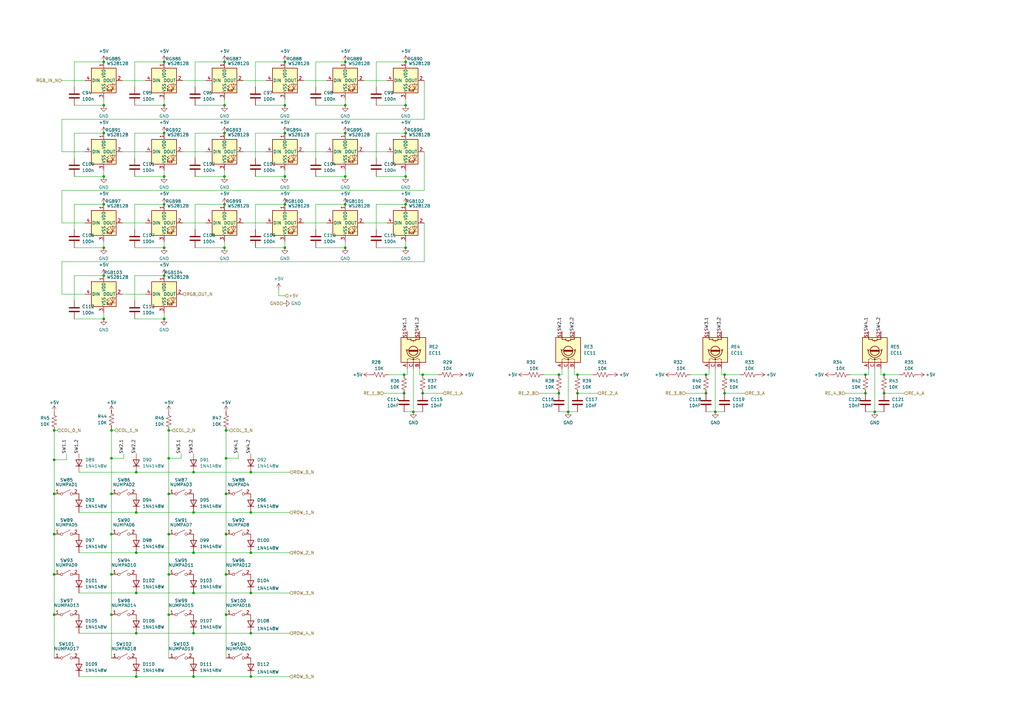
<source format=kicad_sch>
(kicad_sch (version 20230121) (generator eeschema)
  (paper "A3")
  (junction (at 55.88 243.205))
  (junction (at 79.375 259.715))
  (junction (at 22.225 188.595))
  (junction (at 79.375 277.495))
  (junction (at 79.375 226.695))
  (junction (at 358.775 168.91))
  (junction (at 67.31 54.61))
  (junction (at 55.88 193.675))
  (junction (at 22.225 176.53))
  (junction (at 42.545 72.39))
  (junction (at 42.545 83.82))
  (junction (at 92.075 101.6))
  (junction (at 55.88 277.495))
  (junction (at 92.71 252.095))
  (junction (at 79.375 210.185))
  (junction (at 92.075 54.61))
  (junction (at 22.225 252.095))
  (junction (at 67.31 83.82))
  (junction (at 141.605 43.18))
  (junction (at 42.545 25.4))
  (junction (at 173.355 153.67))
  (junction (at 166.37 72.39))
  (junction (at 92.71 219.075))
  (junction (at 229.235 161.29))
  (junction (at 116.84 83.82))
  (junction (at 67.31 130.81))
  (junction (at 116.84 25.4))
  (junction (at 165.735 161.29))
  (junction (at 22.225 202.565))
  (junction (at 92.075 43.18))
  (junction (at 166.37 43.18))
  (junction (at 297.18 161.29))
  (junction (at 45.72 235.585))
  (junction (at 69.215 219.075))
  (junction (at 293.37 168.91))
  (junction (at 165.735 153.67))
  (junction (at 22.225 235.585))
  (junction (at 69.215 202.565))
  (junction (at 42.545 130.81))
  (junction (at 173.355 161.29))
  (junction (at 69.215 187.96))
  (junction (at 116.84 72.39))
  (junction (at 102.87 193.675))
  (junction (at 45.72 176.53))
  (junction (at 354.965 153.67))
  (junction (at 102.87 226.695))
  (junction (at 92.075 83.82))
  (junction (at 116.84 43.18))
  (junction (at 92.71 187.96))
  (junction (at 362.585 153.67))
  (junction (at 42.545 101.6))
  (junction (at 116.84 101.6))
  (junction (at 45.72 202.565))
  (junction (at 22.225 219.075))
  (junction (at 79.375 243.205))
  (junction (at 102.87 210.185))
  (junction (at 42.545 113.03))
  (junction (at 229.235 153.67))
  (junction (at 92.71 176.53))
  (junction (at 42.545 43.18))
  (junction (at 166.37 83.82))
  (junction (at 297.18 153.67))
  (junction (at 141.605 101.6))
  (junction (at 236.855 161.29))
  (junction (at 169.545 168.91))
  (junction (at 233.045 168.91))
  (junction (at 92.71 235.585))
  (junction (at 45.72 219.075))
  (junction (at 102.87 243.205))
  (junction (at 67.31 113.03))
  (junction (at 289.56 161.29))
  (junction (at 67.31 101.6))
  (junction (at 166.37 54.61))
  (junction (at 67.31 72.39))
  (junction (at 166.37 101.6))
  (junction (at 92.71 202.565))
  (junction (at 92.075 25.4))
  (junction (at 42.545 54.61))
  (junction (at 67.31 25.4))
  (junction (at 236.855 153.67))
  (junction (at 45.72 187.96))
  (junction (at 102.87 259.715))
  (junction (at 141.605 83.82))
  (junction (at 354.965 161.29))
  (junction (at 79.375 193.675))
  (junction (at 69.215 176.53))
  (junction (at 362.585 161.29))
  (junction (at 55.88 210.185))
  (junction (at 55.88 226.695))
  (junction (at 141.605 54.61))
  (junction (at 69.215 252.095))
  (junction (at 69.215 235.585))
  (junction (at 289.56 153.67))
  (junction (at 102.87 277.495))
  (junction (at 116.84 54.61))
  (junction (at 67.31 43.18))
  (junction (at 141.605 72.39))
  (junction (at 141.605 25.4))
  (junction (at 166.37 25.4))
  (junction (at 92.075 72.39))
  (junction (at 55.88 259.715))
  (junction (at 45.72 252.095))
  (wire (pts (xy 116.84 54.61) (xy 104.775 54.61)))
  (wire (pts (xy 92.075 54.61) (xy 80.01 54.61)))
  (wire (pts (xy 79.375 226.695) (xy 102.87 226.695)))
  (wire (pts (xy 25.4 107.315) (xy 173.99 107.315)))
  (wire (pts (xy 22.225 188.595) (xy 27.305 188.595)))
  (wire (pts (xy 55.88 243.205) (xy 79.375 243.205)))
  (wire (pts (xy 67.31 83.82) (xy 55.245 83.82)))
  (wire (pts (xy 50.165 120.65) (xy 59.69 120.65)))
  (wire (pts (xy 42.545 83.82) (xy 30.48 83.82)))
  (wire (pts (xy 230.505 151.13) (xy 230.505 153.67)))
  (wire (pts (xy 293.37 168.91) (xy 297.18 168.91)))
  (wire (pts (xy 129.54 54.61) (xy 129.54 64.77)))
  (wire (pts (xy 173.355 153.67) (xy 172.085 153.67)))
  (wire (pts (xy 79.375 243.205) (xy 102.87 243.205)))
  (wire (pts (xy 283.21 153.67) (xy 289.56 153.67)))
  (wire (pts (xy 92.075 43.18) (xy 92.075 40.64)))
  (wire (pts (xy 67.31 130.81) (xy 67.31 128.27)))
  (wire (pts (xy 99.695 91.44) (xy 109.22 91.44)))
  (wire (pts (xy 129.54 43.18) (xy 141.605 43.18)))
  (wire (pts (xy 25.4 78.105) (xy 25.4 91.44)))
  (wire (pts (xy 356.235 151.13) (xy 356.235 153.67)))
  (wire (pts (xy 99.695 62.23) (xy 109.22 62.23)))
  (wire (pts (xy 22.225 176.53) (xy 23.495 176.53)))
  (wire (pts (xy 104.775 72.39) (xy 116.84 72.39)))
  (wire (pts (xy 92.71 176.53) (xy 93.98 176.53)))
  (wire (pts (xy 166.37 101.6) (xy 166.37 99.06)))
  (wire (pts (xy 92.075 25.4) (xy 80.01 25.4)))
  (wire (pts (xy 166.37 43.18) (xy 166.37 40.64)))
  (wire (pts (xy 80.01 72.39) (xy 92.075 72.39)))
  (wire (pts (xy 67.31 25.4) (xy 55.245 25.4)))
  (wire (pts (xy 32.385 193.675) (xy 55.88 193.675)))
  (wire (pts (xy 55.245 83.82) (xy 55.245 93.98)))
  (wire (pts (xy 149.225 62.23) (xy 158.75 62.23)))
  (wire (pts (xy 42.545 72.39) (xy 42.545 69.85)))
  (wire (pts (xy 116.84 25.4) (xy 104.775 25.4)))
  (wire (pts (xy 25.4 107.315) (xy 25.4 120.65)))
  (wire (pts (xy 67.31 72.39) (xy 67.31 69.85)))
  (wire (pts (xy 129.54 101.6) (xy 141.605 101.6)))
  (wire (pts (xy 289.56 161.29) (xy 281.305 161.29)))
  (wire (pts (xy 229.235 153.67) (xy 230.505 153.67)))
  (wire (pts (xy 165.735 153.67) (xy 167.005 153.67)))
  (wire (pts (xy 236.855 161.29) (xy 245.11 161.29)))
  (wire (pts (xy 30.48 130.81) (xy 42.545 130.81)))
  (wire (pts (xy 354.965 153.67) (xy 356.235 153.67)))
  (wire (pts (xy 236.855 153.67) (xy 235.585 153.67)))
  (wire (pts (xy 233.045 168.91) (xy 236.855 168.91)))
  (wire (pts (xy 289.56 168.91) (xy 293.37 168.91)))
  (wire (pts (xy 74.295 186.055) (xy 74.295 187.96)))
  (wire (pts (xy 55.245 25.4) (xy 55.245 35.56)))
  (wire (pts (xy 74.295 187.96) (xy 69.215 187.96)))
  (wire (pts (xy 361.315 151.13) (xy 361.315 153.67)))
  (wire (pts (xy 297.18 161.29) (xy 305.435 161.29)))
  (wire (pts (xy 229.235 168.91) (xy 233.045 168.91)))
  (wire (pts (xy 141.605 25.4) (xy 129.54 25.4)))
  (wire (pts (xy 173.99 62.23) (xy 173.99 78.105)))
  (wire (pts (xy 159.385 153.67) (xy 165.735 153.67)))
  (wire (pts (xy 55.245 130.81) (xy 67.31 130.81)))
  (wire (pts (xy 22.225 235.585) (xy 22.225 252.095)))
  (wire (pts (xy 243.205 153.67) (xy 236.855 153.67)))
  (wire (pts (xy 169.545 168.91) (xy 173.355 168.91)))
  (wire (pts (xy 45.72 168.91) (xy 45.72 168.275)))
  (wire (pts (xy 69.215 235.585) (xy 69.215 252.095)))
  (wire (pts (xy 102.87 193.675) (xy 118.745 193.675)))
  (wire (pts (xy 235.585 151.13) (xy 235.585 153.67)))
  (wire (pts (xy 154.305 54.61) (xy 154.305 64.77)))
  (wire (pts (xy 92.075 83.82) (xy 80.01 83.82)))
  (wire (pts (xy 50.8 186.055) (xy 50.8 187.96)))
  (wire (pts (xy 45.72 187.96) (xy 50.8 187.96)))
  (wire (pts (xy 358.775 151.13) (xy 358.775 168.91)))
  (wire (pts (xy 293.37 151.13) (xy 293.37 168.91)))
  (wire (pts (xy 104.775 83.82) (xy 104.775 93.98)))
  (wire (pts (xy 173.99 33.02) (xy 173.99 48.895)))
  (wire (pts (xy 124.46 62.23) (xy 133.985 62.23)))
  (wire (pts (xy 80.01 43.18) (xy 92.075 43.18)))
  (wire (pts (xy 69.215 252.095) (xy 69.215 269.875)))
  (wire (pts (xy 167.005 151.13) (xy 167.005 153.67)))
  (wire (pts (xy 92.71 202.565) (xy 92.71 219.075)))
  (wire (pts (xy 154.305 43.18) (xy 166.37 43.18)))
  (wire (pts (xy 50.165 62.23) (xy 59.69 62.23)))
  (wire (pts (xy 169.545 151.13) (xy 169.545 168.91)))
  (wire (pts (xy 362.585 153.67) (xy 361.315 153.67)))
  (wire (pts (xy 354.965 168.91) (xy 358.775 168.91)))
  (wire (pts (xy 25.4 78.105) (xy 173.99 78.105)))
  (wire (pts (xy 45.72 176.53) (xy 45.72 187.96)))
  (wire (pts (xy 154.305 25.4) (xy 154.305 35.56)))
  (wire (pts (xy 290.83 151.13) (xy 290.83 153.67)))
  (wire (pts (xy 30.48 43.18) (xy 42.545 43.18)))
  (wire (pts (xy 104.775 43.18) (xy 116.84 43.18)))
  (wire (pts (xy 74.93 62.23) (xy 84.455 62.23)))
  (wire (pts (xy 92.71 176.53) (xy 92.71 187.96)))
  (wire (pts (xy 27.305 188.595) (xy 27.305 186.055)))
  (wire (pts (xy 30.48 101.6) (xy 42.545 101.6)))
  (wire (pts (xy 92.075 72.39) (xy 92.075 69.85)))
  (wire (pts (xy 55.245 72.39) (xy 67.31 72.39)))
  (wire (pts (xy 55.88 193.675) (xy 79.375 193.675)))
  (wire (pts (xy 32.385 259.715) (xy 55.88 259.715)))
  (wire (pts (xy 116.84 43.18) (xy 116.84 40.64)))
  (wire (pts (xy 69.215 176.53) (xy 69.215 187.96)))
  (wire (pts (xy 25.4 62.23) (xy 34.925 62.23)))
  (wire (pts (xy 362.585 161.29) (xy 370.84 161.29)))
  (wire (pts (xy 368.935 153.67) (xy 362.585 153.67)))
  (wire (pts (xy 99.695 33.02) (xy 109.22 33.02)))
  (wire (pts (xy 80.01 25.4) (xy 80.01 35.56)))
  (wire (pts (xy 154.305 83.82) (xy 154.305 93.98)))
  (wire (pts (xy 102.87 259.715) (xy 118.745 259.715)))
  (wire (pts (xy 50.165 91.44) (xy 59.69 91.44)))
  (wire (pts (xy 102.87 277.495) (xy 118.745 277.495)))
  (wire (pts (xy 32.385 243.205) (xy 55.88 243.205)))
  (wire (pts (xy 55.88 226.695) (xy 79.375 226.695)))
  (wire (pts (xy 165.735 168.91) (xy 169.545 168.91)))
  (wire (pts (xy 114.3 121.285) (xy 116.84 121.285)))
  (wire (pts (xy 116.84 72.39) (xy 116.84 69.85)))
  (wire (pts (xy 69.215 187.96) (xy 69.215 202.565)))
  (wire (pts (xy 124.46 91.44) (xy 133.985 91.44)))
  (wire (pts (xy 92.71 219.075) (xy 92.71 235.585)))
  (wire (pts (xy 173.99 91.44) (xy 173.99 107.315)))
  (wire (pts (xy 45.72 235.585) (xy 45.72 252.095)))
  (wire (pts (xy 79.375 193.675) (xy 102.87 193.675)))
  (wire (pts (xy 55.245 54.61) (xy 55.245 64.77)))
  (wire (pts (xy 45.72 252.095) (xy 45.72 269.875)))
  (wire (pts (xy 79.375 259.715) (xy 102.87 259.715)))
  (wire (pts (xy 69.215 176.53) (xy 70.485 176.53)))
  (wire (pts (xy 354.965 161.29) (xy 346.71 161.29)))
  (wire (pts (xy 295.91 151.13) (xy 295.91 153.67)))
  (wire (pts (xy 92.71 235.585) (xy 92.71 252.095)))
  (wire (pts (xy 124.46 33.02) (xy 133.985 33.02)))
  (wire (pts (xy 141.605 43.18) (xy 141.605 40.64)))
  (wire (pts (xy 303.53 153.67) (xy 297.18 153.67)))
  (wire (pts (xy 297.18 153.67) (xy 295.91 153.67)))
  (wire (pts (xy 149.225 91.44) (xy 158.75 91.44)))
  (wire (pts (xy 92.71 187.96) (xy 92.71 202.565)))
  (wire (pts (xy 55.245 113.03) (xy 55.245 123.19)))
  (wire (pts (xy 80.01 101.6) (xy 92.075 101.6)))
  (wire (pts (xy 141.605 54.61) (xy 129.54 54.61)))
  (wire (pts (xy 45.72 202.565) (xy 45.72 219.075)))
  (wire (pts (xy 104.775 25.4) (xy 104.775 35.56)))
  (wire (pts (xy 22.225 176.53) (xy 22.225 188.595)))
  (wire (pts (xy 79.375 210.185) (xy 102.87 210.185)))
  (wire (pts (xy 30.48 83.82) (xy 30.48 93.98)))
  (wire (pts (xy 55.88 277.495) (xy 79.375 277.495)))
  (wire (pts (xy 42.545 101.6) (xy 42.545 99.06)))
  (wire (pts (xy 67.31 113.03) (xy 55.245 113.03)))
  (wire (pts (xy 45.72 176.53) (xy 46.99 176.53)))
  (wire (pts (xy 154.305 101.6) (xy 166.37 101.6)))
  (wire (pts (xy 22.225 252.095) (xy 22.225 269.875)))
  (wire (pts (xy 67.31 43.18) (xy 67.31 40.64)))
  (wire (pts (xy 348.615 153.67) (xy 354.965 153.67)))
  (wire (pts (xy 114.3 118.745) (xy 114.3 121.285)))
  (wire (pts (xy 104.775 101.6) (xy 116.84 101.6)))
  (wire (pts (xy 74.93 91.44) (xy 84.455 91.44)))
  (wire (pts (xy 42.545 130.81) (xy 42.545 128.27)))
  (wire (pts (xy 141.605 83.82) (xy 129.54 83.82)))
  (wire (pts (xy 179.705 153.67) (xy 173.355 153.67)))
  (wire (pts (xy 97.79 187.96) (xy 92.71 187.96)))
  (wire (pts (xy 129.54 83.82) (xy 129.54 93.98)))
  (wire (pts (xy 69.215 219.075) (xy 69.215 235.585)))
  (wire (pts (xy 50.165 33.02) (xy 59.69 33.02)))
  (wire (pts (xy 80.01 83.82) (xy 80.01 93.98)))
  (wire (pts (xy 30.48 25.4) (xy 30.48 35.56)))
  (wire (pts (xy 42.545 113.03) (xy 30.48 113.03)))
  (wire (pts (xy 149.225 33.02) (xy 158.75 33.02)))
  (wire (pts (xy 55.245 101.6) (xy 67.31 101.6)))
  (wire (pts (xy 67.31 101.6) (xy 67.31 99.06)))
  (wire (pts (xy 116.84 83.82) (xy 104.775 83.82)))
  (wire (pts (xy 92.075 101.6) (xy 92.075 99.06)))
  (wire (pts (xy 79.375 277.495) (xy 102.87 277.495)))
  (wire (pts (xy 166.37 54.61) (xy 154.305 54.61)))
  (wire (pts (xy 45.72 219.075) (xy 45.72 235.585)))
  (wire (pts (xy 32.385 277.495) (xy 55.88 277.495)))
  (wire (pts (xy 22.225 202.565) (xy 22.225 219.075)))
  (wire (pts (xy 42.545 54.61) (xy 30.48 54.61)))
  (wire (pts (xy 45.72 187.96) (xy 45.72 202.565)))
  (wire (pts (xy 289.56 153.67) (xy 290.83 153.67)))
  (wire (pts (xy 74.93 33.02) (xy 84.455 33.02)))
  (wire (pts (xy 67.31 54.61) (xy 55.245 54.61)))
  (wire (pts (xy 55.88 210.185) (xy 79.375 210.185)))
  (wire (pts (xy 165.735 161.29) (xy 157.48 161.29)))
  (wire (pts (xy 32.385 226.695) (xy 55.88 226.695)))
  (wire (pts (xy 25.4 91.44) (xy 34.925 91.44)))
  (wire (pts (xy 22.225 188.595) (xy 22.225 202.565)))
  (wire (pts (xy 97.79 186.055) (xy 97.79 187.96)))
  (wire (pts (xy 166.37 25.4) (xy 154.305 25.4)))
  (wire (pts (xy 229.235 161.29) (xy 220.98 161.29)))
  (wire (pts (xy 30.48 113.03) (xy 30.48 123.19)))
  (wire (pts (xy 358.775 168.91) (xy 362.585 168.91)))
  (wire (pts (xy 129.54 25.4) (xy 129.54 35.56)))
  (wire (pts (xy 129.54 72.39) (xy 141.605 72.39)))
  (wire (pts (xy 25.4 120.65) (xy 34.925 120.65)))
  (wire (pts (xy 32.385 210.185) (xy 55.88 210.185)))
  (wire (pts (xy 154.305 72.39) (xy 166.37 72.39)))
  (wire (pts (xy 173.355 161.29) (xy 181.61 161.29)))
  (wire (pts (xy 69.215 202.565) (xy 69.215 219.075)))
  (wire (pts (xy 45.72 175.895) (xy 45.72 176.53)))
  (wire (pts (xy 30.48 54.61) (xy 30.48 64.77)))
  (wire (pts (xy 55.88 259.715) (xy 79.375 259.715)))
  (wire (pts (xy 102.87 226.695) (xy 118.745 226.695)))
  (wire (pts (xy 233.045 151.13) (xy 233.045 168.91)))
  (wire (pts (xy 141.605 101.6) (xy 141.605 99.06)))
  (wire (pts (xy 30.48 72.39) (xy 42.545 72.39)))
  (wire (pts (xy 166.37 83.82) (xy 154.305 83.82)))
  (wire (pts (xy 80.01 54.61) (xy 80.01 64.77)))
  (wire (pts (xy 102.87 210.185) (xy 118.745 210.185)))
  (wire (pts (xy 166.37 72.39) (xy 166.37 69.85)))
  (wire (pts (xy 22.225 219.075) (xy 22.225 235.585)))
  (wire (pts (xy 141.605 72.39) (xy 141.605 69.85)))
  (wire (pts (xy 102.87 243.205) (xy 118.745 243.205)))
  (wire (pts (xy 42.545 25.4) (xy 30.48 25.4)))
  (wire (pts (xy 172.085 151.13) (xy 172.085 153.67)))
  (wire (pts (xy 25.4 48.895) (xy 25.4 62.23)))
  (wire (pts (xy 42.545 43.18) (xy 42.545 40.64)))
  (wire (pts (xy 25.4 48.895) (xy 173.99 48.895)))
  (wire (pts (xy 92.71 252.095) (xy 92.71 269.875)))
  (wire (pts (xy 104.775 54.61) (xy 104.775 64.77)))
  (wire (pts (xy 222.885 153.67) (xy 229.235 153.67)))
  (wire (pts (xy 25.4 33.02) (xy 34.925 33.02)))
  (wire (pts (xy 55.245 43.18) (xy 67.31 43.18)))
  (wire (pts (xy 116.84 101.6) (xy 116.84 99.06)))
  (label "SW2.2" (at 55.88 186.055 90))
  (label "SW2.1" (at 230.505 135.89 90))
  (label "SW1.2" (at 32.385 186.055 90))
  (label "SW1.1" (at 27.305 186.055 90))
  (label "SW3.2" (at 79.375 186.055 90))
  (label "SW4.1" (at 356.235 135.89 90))
  (label "SW4.1" (at 97.79 186.055 90))
  (label "SW2.1" (at 50.8 186.055 90))
  (label "SW1.1" (at 167.005 135.89 90))
  (label "SW4.2" (at 361.315 135.89 90))
  (label "SW3.1" (at 74.295 186.055 90))
  (label "SW4.2" (at 102.87 186.055 90))
  (label "SW1.2" (at 172.085 135.89 90))
  (label "SW3.2" (at 295.91 135.89 90))
  (label "SW2.2" (at 235.585 135.89 90))
  (label "SW3.1" (at 290.83 135.89 90))
  (hierarchical_label "COL_3_N" (shape input) (at 93.98 176.53 0))
  (hierarchical_label "COL_2_N" (shape input) (at 70.485 176.53 0))
  (hierarchical_label "ROW_4_N" (shape input) (at 118.745 259.715 0))
  (hierarchical_label "RE_2_A" (shape input) (at 245.11 161.29 0))
  (hierarchical_label "COL_0_N" (shape input) (at 23.495 176.53 0))
  (hierarchical_label "RE_1_B" (shape input) (at 157.48 161.29 180))
  (hierarchical_label "RE_4_A" (shape input) (at 370.84 161.29 0))
  (hierarchical_label "RE_3_B" (shape input) (at 281.305 161.29 180))
  (hierarchical_label "ROW_1_N" (shape input) (at 118.745 210.185 0))
  (hierarchical_label "ROW_3_N" (shape input) (at 118.745 243.205 0))
  (hierarchical_label "+5V" (shape input) (at 116.84 121.285 0))
  (hierarchical_label "RGB_IN_N" (shape input) (at 25.4 33.02 180))
  (hierarchical_label "ROW_5_N" (shape input) (at 118.745 277.495 0))
  (hierarchical_label "GND" (shape input) (at 116.205 124.46 180))
  (hierarchical_label "RE_1_A" (shape input) (at 181.61 161.29 0))
  (hierarchical_label "COL_1_N" (shape input) (at 46.99 176.53 0))
  (hierarchical_label "ROW_2_N" (shape input) (at 118.745 226.695 0))
  (hierarchical_label "RE_2_B" (shape input) (at 220.98 161.29 180))
  (hierarchical_label "RE_3_A" (shape input) (at 305.435 161.29 0))
  (hierarchical_label "RE_4_B" (shape input) (at 346.71 161.29 180))
  (hierarchical_label "ROW_0_N" (shape input) (at 118.745 193.675 0))
  (hierarchical_label "RGB_OUT_N" (shape input) (at 74.93 120.65 0))
  (symbol (lib_id "power:GND") (at 92.075 72.39 0) (unit 1)
    (property "Reference" "#PWR0230" (effects hide))
    (property "Value" "GND" (at 92.075 76.835 0))
  )
  (symbol (lib_id "Device:C") (at 55.245 127 0) (unit 1)
    (property "Reference" "C113" (at 58.42 125.7299 0) (effects (justify left)))
    (property "Value" "100n" (at 58.42 128.2699 0) (effects (justify left)))
    (property "Footprint" "Capacitor_SMD:C_0603_1608Metric" (effects hide))
  )
  (symbol (lib_id "power:GND") (at 166.37 101.6 0) (unit 1)
    (property "Reference" "#PWR0245" (effects hide))
    (property "Value" "GND" (at 166.37 106.045 0))
  )
  (symbol (lib_id "LED:WS2812B") (at 42.545 33.02 0) (unit 1)
    (property "Reference" "RGB85" (at 46.355 24.13 0))
    (property "Value" "WS2812B" (at 48.26 26.035 0))
    (property "Footprint" "LED_SMD:LED_WS2812B_PLCC4_5.0x5.0mm_P3.2mm" (effects hide))
    (property "Datasheet" "https://cdn-shop.adafruit.com/datasheets/WS2812B.pdf" (effects hide))
  )
  (symbol (lib_id "Device:D") (at 55.88 206.375 90) (unit 1)
    (property "Reference" "D94" (at 58.42 205.1049 90) (effects (justify right)))
    (property "Value" "1N4148W" (at 58.42 207.6449 90) (effects (justify right)))
    (property "Footprint" "Diode_SMD:D_SOD-123" (effects hide))
  )
  (symbol (lib_id "Switch:SW_SPST") (at 27.305 252.095 0) (unit 1)
    (property "Reference" "SW97" (at 27.305 246.38 0))
    (property "Value" "NUMPAD13" (at 27.305 248.285 0))
    (property "Footprint" "Button_Switch_Keyboard:SW_Cherry_MX_1.00u_PCB" (effects hide))
  )
  (symbol (lib_id "Switch:SW_SPST") (at 74.295 235.585 0) (unit 1)
    (property "Reference" "SW95" (at 74.295 229.87 0))
    (property "Value" "NUMPAD11" (at 74.295 231.775 0))
    (property "Footprint" "Button_Switch_Keyboard:SW_Cherry_MX_1.00u_PCB" (effects hide))
  )
  (symbol (lib_id "LED:WS2812B") (at 67.31 33.02 0) (unit 1)
    (property "Reference" "RGB86" (at 71.12 24.13 0))
    (property "Value" "WS2812B" (at 73.025 26.035 0))
    (property "Footprint" "LED_SMD:LED_WS2812B_PLCC4_5.0x5.0mm_P3.2mm" (effects hide))
    (property "Datasheet" "https://cdn-shop.adafruit.com/datasheets/WS2812B.pdf" (effects hide))
  )
  (symbol (lib_id "power:GND") (at 42.545 72.39 0) (unit 1)
    (property "Reference" "#PWR0228" (effects hide))
    (property "Value" "GND" (at 42.545 76.835 0))
  )
  (symbol (lib_id "Device:D") (at 55.88 255.905 90) (unit 1)
    (property "Reference" "D106" (at 58.42 254.6349 90) (effects (justify right)))
    (property "Value" "1N4148W" (at 58.42 257.1749 90) (effects (justify right)))
    (property "Footprint" "Diode_SMD:D_SOD-123" (effects hide))
  )
  (symbol (lib_id "Device:C") (at 30.48 97.79 0) (unit 1)
    (property "Reference" "C106" (at 33.655 96.5199 0) (effects (justify left)))
    (property "Value" "100n" (at 33.655 99.0599 0) (effects (justify left)))
    (property "Footprint" "Capacitor_SMD:C_0603_1608Metric" (effects hide))
  )
  (symbol (lib_id "Device:R_US") (at 344.805 153.67 90) (unit 1)
    (property "Reference" "R34" (at 345.44 148.59 90) (effects (justify left)))
    (property "Value" "10K" (at 346.71 151.13 90) (effects (justify left)))
    (property "Footprint" "Resistor_SMD:R_0603_1608Metric" (effects hide))
  )
  (symbol (lib_id "Device:R_US") (at 362.585 157.48 0) (unit 1)
    (property "Reference" "R43" (at 364.49 156.2099 0) (effects (justify left)))
    (property "Value" "10K" (at 364.49 158.7499 0) (effects (justify left)))
    (property "Footprint" "Resistor_SMD:R_0603_1608Metric" (effects hide))
  )
  (symbol (lib_id "power:+5V") (at 166.37 54.61 0) (unit 1)
    (property "Reference" "#PWR0227" (effects hide))
    (property "Value" "+5V" (at 166.37 50.165 0))
  )
  (symbol (lib_id "power:+5V") (at 166.37 25.4 0) (unit 1)
    (property "Reference" "#PWR0215" (effects hide))
    (property "Value" "+5V" (at 166.37 20.955 0))
  )
  (symbol (lib_id "Device:R_US") (at 155.575 153.67 90) (unit 1)
    (property "Reference" "R28" (at 156.21 148.59 90) (effects (justify left)))
    (property "Value" "10K" (at 157.48 151.13 90) (effects (justify left)))
    (property "Footprint" "Resistor_SMD:R_0603_1608Metric" (effects hide))
  )
  (symbol (lib_id "Device:D") (at 32.385 189.865 90) (unit 1)
    (property "Reference" "D89" (at 34.925 188.5949 90) (effects (justify right)))
    (property "Value" "1N4148W" (at 34.925 191.1349 90) (effects (justify right)))
    (property "Footprint" "Diode_SMD:D_SOD-123" (effects hide))
  )
  (symbol (lib_id "Switch:SW_SPST") (at 27.305 235.585 0) (unit 1)
    (property "Reference" "SW93" (at 27.305 229.87 0))
    (property "Value" "NUMPAD9" (at 27.305 231.775 0))
    (property "Footprint" "Button_Switch_Keyboard:SW_Cherry_MX_1.00u_PCB" (effects hide))
  )
  (symbol (lib_id "LED:WS2812B") (at 166.37 33.02 0) (unit 1)
    (property "Reference" "RGB90" (at 170.18 24.13 0))
    (property "Value" "WS2812B" (at 172.085 26.035 0))
    (property "Footprint" "LED_SMD:LED_WS2812B_PLCC4_5.0x5.0mm_P3.2mm" (effects hide))
    (property "Datasheet" "https://cdn-shop.adafruit.com/datasheets/WS2812B.pdf" (effects hide))
  )
  (symbol (lib_id "Device:C") (at 354.965 165.1 0) (unit 1)
    (property "Reference" "C120" (at 347.98 163.83 0) (effects (justify left)))
    (property "Value" "10nF" (at 347.98 166.37 0) (effects (justify left)))
    (property "Footprint" "Capacitor_SMD:C_0603_1608Metric" (effects hide))
  )
  (symbol (lib_id "Switch:SW_SPST") (at 74.295 252.095 0) (unit 1)
    (property "Reference" "SW99" (at 74.295 246.38 0))
    (property "Value" "NUMPAD15" (at 74.295 248.285 0))
    (property "Footprint" "Button_Switch_Keyboard:SW_Cherry_MX_1.00u_PCB" (effects hide))
  )
  (symbol (lib_id "Device:C") (at 297.18 165.1 0) (unit 1)
    (property "Reference" "C119" (at 300.355 163.8299 0) (effects (justify left)))
    (property "Value" "10nF" (at 300.355 166.3699 0) (effects (justify left)))
    (property "Footprint" "Capacitor_SMD:C_0603_1608Metric" (effects hide))
  )
  (symbol (lib_id "Switch:SW_SPST") (at 74.295 219.075 0) (unit 1)
    (property "Reference" "SW91" (at 74.295 213.36 0))
    (property "Value" "NUMPAD7" (at 74.295 215.265 0))
    (property "Footprint" "Button_Switch_Keyboard:SW_Cherry_MX_1.00u_PCB" (effects hide))
  )
  (symbol (lib_id "LED:WS2812B") (at 166.37 62.23 0) (unit 1)
    (property "Reference" "RGB96" (at 170.18 53.34 0))
    (property "Value" "WS2812B" (at 172.085 55.245 0))
    (property "Footprint" "LED_SMD:LED_WS2812B_PLCC4_5.0x5.0mm_P3.2mm" (effects hide))
    (property "Datasheet" "https://cdn-shop.adafruit.com/datasheets/WS2812B.pdf" (effects hide))
  )
  (symbol (lib_id "Device:D") (at 55.88 222.885 90) (unit 1)
    (property "Reference" "D98" (at 58.42 221.6149 90) (effects (justify right)))
    (property "Value" "1N4148W" (at 58.42 224.1549 90) (effects (justify right)))
    (property "Footprint" "Diode_SMD:D_SOD-123" (effects hide))
  )
  (symbol (lib_id "Device:R_US") (at 219.075 153.67 90) (unit 1)
    (property "Reference" "R30" (at 219.71 148.59 90) (effects (justify left)))
    (property "Value" "10K" (at 220.98 151.13 90) (effects (justify left)))
    (property "Footprint" "Resistor_SMD:R_0603_1608Metric" (effects hide))
  )
  (symbol (lib_id "Device:D") (at 32.385 239.395 90) (unit 1)
    (property "Reference" "D101" (at 34.925 238.1249 90) (effects (justify right)))
    (property "Value" "1N4148W" (at 34.925 240.6649 90) (effects (justify right)))
    (property "Footprint" "Diode_SMD:D_SOD-123" (effects hide))
  )
  (symbol (lib_id "power:+5V") (at 250.825 153.67 270) (unit 1)
    (property "Reference" "#PWR0255" (effects hide))
    (property "Value" "+5V" (at 255.905 153.67 90))
  )
  (symbol (lib_id "Device:C") (at 30.48 68.58 0) (unit 1)
    (property "Reference" "C100" (at 33.655 67.3099 0) (effects (justify left)))
    (property "Value" "100n" (at 33.655 69.8499 0) (effects (justify left)))
    (property "Footprint" "Capacitor_SMD:C_0603_1608Metric" (effects hide))
  )
  (symbol (lib_id "power:GND") (at 166.37 43.18 0) (unit 1)
    (property "Reference" "#PWR0221" (effects hide))
    (property "Value" "GND" (at 166.37 47.625 0))
  )
  (symbol (lib_id "Device:R_US") (at 247.015 153.67 270) (unit 1)
    (property "Reference" "R31" (at 245.11 148.59 90) (effects (justify left)))
    (property "Value" "10K" (at 245.11 151.13 90) (effects (justify left)))
    (property "Footprint" "Resistor_SMD:R_0603_1608Metric" (effects hide))
  )
  (symbol (lib_id "LED:WS2812B") (at 141.605 62.23 0) (unit 1)
    (property "Reference" "RGB95" (at 145.415 53.34 0))
    (property "Value" "WS2812B" (at 147.32 55.245 0))
    (property "Footprint" "LED_SMD:LED_WS2812B_PLCC4_5.0x5.0mm_P3.2mm" (effects hide))
    (property "Datasheet" "https://cdn-shop.adafruit.com/datasheets/WS2812B.pdf" (effects hide))
  )
  (symbol (lib_id "LED:WS2812B") (at 42.545 91.44 0) (unit 1)
    (property "Reference" "RGB97" (at 46.355 82.55 0))
    (property "Value" "WS2812B" (at 48.26 84.455 0))
    (property "Footprint" "LED_SMD:LED_WS2812B_PLCC4_5.0x5.0mm_P3.2mm" (effects hide))
    (property "Datasheet" "https://cdn-shop.adafruit.com/datasheets/WS2812B.pdf" (effects hide))
  )
  (symbol (lib_id "Device:R_US") (at 165.735 157.48 0) (unit 1)
    (property "Reference" "R36" (at 160.02 156.21 0) (effects (justify left)))
    (property "Value" "10K" (at 160.02 158.75 0) (effects (justify left)))
    (property "Footprint" "Resistor_SMD:R_0603_1608Metric" (effects hide))
  )
  (symbol (lib_id "Switch:SW_SPST") (at 74.295 202.565 0) (unit 1)
    (property "Reference" "SW87" (at 74.295 196.85 0))
    (property "Value" "NUMPAD3" (at 74.295 198.755 0))
    (property "Footprint" "Button_Switch_Keyboard:SW_Cherry_MX_1.00u_PCB" (effects hide))
  )
  (symbol (lib_id "Device:C") (at 30.48 39.37 0) (unit 1)
    (property "Reference" "C94" (at 33.655 38.0999 0) (effects (justify left)))
    (property "Value" "100n" (at 33.655 40.6399 0) (effects (justify left)))
    (property "Footprint" "Capacitor_SMD:C_0603_1608Metric" (effects hide))
  )
  (symbol (lib_id "Device:D") (at 102.87 239.395 90) (unit 1)
    (property "Reference" "D104" (at 105.41 238.1249 90) (effects (justify right)))
    (property "Value" "1N4148W" (at 105.41 241.2999 90) (effects (justify right)))
    (property "Footprint" "Diode_SMD:D_SOD-123" (effects hide))
  )
  (symbol (lib_id "power:+5V") (at 311.15 153.67 270) (unit 1)
    (property "Reference" "#PWR0257" (effects hide))
    (property "Value" "+5V" (at 316.23 153.67 90))
  )
  (symbol (lib_id "Switch:SW_SPST") (at 50.8 235.585 0) (unit 1)
    (property "Reference" "SW94" (at 50.8 229.87 0))
    (property "Value" "NUMPAD10" (at 50.8 231.775 0))
    (property "Footprint" "Button_Switch_Keyboard:SW_Cherry_MX_1.00u_PCB" (effects hide))
  )
  (symbol (lib_id "Device:D") (at 55.88 189.865 90) (unit 1)
    (property "Reference" "D90" (at 58.42 188.5949 90) (effects (justify right)))
    (property "Value" "1N4148W" (at 58.42 191.1349 90) (effects (justify right)))
    (property "Footprint" "Diode_SMD:D_SOD-123" (effects hide))
  )
  (symbol (lib_id "Device:R_US") (at 69.215 172.72 0) (unit 1)
    (property "Reference" "R46" (at 63.5 171.45 0) (effects (justify left)))
    (property "Value" "10K" (at 63.5 173.99 0) (effects (justify left)))
    (property "Footprint" "Resistor_SMD:R_0603_1608Metric" (effects hide))
  )
  (symbol (lib_id "Device:C") (at 104.775 97.79 0) (unit 1)
    (property "Reference" "C109" (at 107.95 96.5199 0) (effects (justify left)))
    (property "Value" "100n" (at 107.95 99.0599 0) (effects (justify left)))
    (property "Footprint" "Capacitor_SMD:C_0603_1608Metric" (effects hide))
  )
  (symbol (lib_id "Device:R_US") (at 372.745 153.67 270) (unit 1)
    (property "Reference" "R35" (at 370.84 148.59 90) (effects (justify left)))
    (property "Value" "10K" (at 370.84 151.13 90) (effects (justify left)))
    (property "Footprint" "Resistor_SMD:R_0603_1608Metric" (effects hide))
  )
  (symbol (lib_id "Device:C") (at 104.775 68.58 0) (unit 1)
    (property "Reference" "C103" (at 107.95 67.3099 0) (effects (justify left)))
    (property "Value" "100n" (at 107.95 69.8499 0) (effects (justify left)))
    (property "Footprint" "Capacitor_SMD:C_0603_1608Metric" (effects hide))
  )
  (symbol (lib_id "power:GND") (at 141.605 72.39 0) (unit 1)
    (property "Reference" "#PWR0232" (effects hide))
    (property "Value" "GND" (at 141.605 76.835 0))
  )
  (symbol (lib_id "power:GND") (at 116.84 101.6 0) (unit 1)
    (property "Reference" "#PWR0243" (effects hide))
    (property "Value" "GND" (at 116.84 106.045 0))
  )
  (symbol (lib_id "Device:R_US") (at 289.56 157.48 0) (unit 1)
    (property "Reference" "R40" (at 283.845 156.21 0) (effects (justify left)))
    (property "Value" "10K" (at 283.845 158.75 0) (effects (justify left)))
    (property "Footprint" "Resistor_SMD:R_0603_1608Metric" (effects hide))
  )
  (symbol (lib_id "Device:D") (at 102.87 189.865 90) (unit 1)
    (property "Reference" "D92" (at 105.41 188.5949 90) (effects (justify right)))
    (property "Value" "1N4148W" (at 105.41 191.1349 90) (effects (justify right)))
    (property "Footprint" "Diode_SMD:D_SOD-123" (effects hide))
  )
  (symbol (lib_id "Device:D") (at 32.385 222.885 90) (unit 1)
    (property "Reference" "D97" (at 34.925 221.6149 90) (effects (justify right)))
    (property "Value" "1N4148W" (at 34.925 224.1549 90) (effects (justify right)))
    (property "Footprint" "Diode_SMD:D_SOD-123" (effects hide))
  )
  (symbol (lib_id "power:+5V") (at 114.3 118.745 0) (unit 1)
    (property "Reference" "#PWR0248" (effects hide))
    (property "Value" "+5V" (at 114.3 114.3 0))
  )
  (symbol (lib_id "Device:R_US") (at 92.71 172.72 0) (unit 1)
    (property "Reference" "R47" (at 86.995 171.45 0) (effects (justify left)))
    (property "Value" "10K" (at 86.995 173.99 0) (effects (justify left)))
    (property "Footprint" "Resistor_SMD:R_0603_1608Metric" (effects hide))
  )
  (symbol (lib_id "LED:WS2812B") (at 141.605 91.44 0) (unit 1)
    (property "Reference" "RGB101" (at 145.415 82.55 0))
    (property "Value" "WS2812B" (at 147.32 84.455 0))
    (property "Footprint" "LED_SMD:LED_WS2812B_PLCC4_5.0x5.0mm_P3.2mm" (effects hide))
    (property "Datasheet" "https://cdn-shop.adafruit.com/datasheets/WS2812B.pdf" (effects hide))
  )
  (symbol (lib_id "LED:WS2812B") (at 92.075 91.44 0) (unit 1)
    (property "Reference" "RGB99" (at 95.885 82.55 0))
    (property "Value" "WS2812B" (at 97.79 84.455 0))
    (property "Footprint" "LED_SMD:LED_WS2812B_PLCC4_5.0x5.0mm_P3.2mm" (effects hide))
    (property "Datasheet" "https://cdn-shop.adafruit.com/datasheets/WS2812B.pdf" (effects hide))
  )
  (symbol (lib_id "Device:D") (at 32.385 273.685 90) (unit 1)
    (property "Reference" "D109" (at 34.925 272.4149 90) (effects (justify right)))
    (property "Value" "1N4148W" (at 34.925 274.9549 90) (effects (justify right)))
    (property "Footprint" "Diode_SMD:D_SOD-123" (effects hide))
  )
  (symbol (lib_id "LED:WS2812B") (at 116.84 62.23 0) (unit 1)
    (property "Reference" "RGB94" (at 120.65 53.34 0))
    (property "Value" "WS2812B" (at 122.555 55.245 0))
    (property "Footprint" "LED_SMD:LED_WS2812B_PLCC4_5.0x5.0mm_P3.2mm" (effects hide))
    (property "Datasheet" "https://cdn-shop.adafruit.com/datasheets/WS2812B.pdf" (effects hide))
  )
  (symbol (lib_id "Device:C") (at 154.305 97.79 0) (unit 1)
    (property "Reference" "C111" (at 157.48 96.5199 0) (effects (justify left)))
    (property "Value" "100n" (at 157.48 99.0599 0) (effects (justify left)))
    (property "Footprint" "Capacitor_SMD:C_0603_1608Metric" (effects hide))
  )
  (symbol (lib_id "Device:RotaryEncoder_Switch") (at 233.045 143.51 90) (unit 1)
    (property "Reference" "RE3" (at 239.395 142.2399 90) (effects (justify right)))
    (property "Value" "EC11" (at 239.395 144.7799 90) (effects (justify right)))
    (property "Footprint" "Rotary_Encoder:RotaryEncoder_Alps_EC11E-Switch_Vertical_H20mm" (effects hide))
  )
  (symbol (lib_id "power:+5V") (at 187.325 153.67 270) (unit 1)
    (property "Reference" "#PWR0253" (effects hide))
    (property "Value" "+5V" (at 192.405 153.67 90))
  )
  (symbol (lib_id "Device:D") (at 79.375 255.905 90) (unit 1)
    (property "Reference" "D107" (at 81.915 254.6349 90) (effects (justify right)))
    (property "Value" "1N4148W" (at 81.915 257.1749 90) (effects (justify right)))
    (property "Footprint" "Diode_SMD:D_SOD-123" (effects hide))
  )
  (symbol (lib_id "power:+5V") (at 166.37 83.82 0) (unit 1)
    (property "Reference" "#PWR0239" (effects hide))
    (property "Value" "+5V" (at 166.37 79.375 0))
  )
  (symbol (lib_id "power:GND") (at 233.045 168.91 0) (unit 1)
    (property "Reference" "#PWR0265" (effects hide))
    (property "Value" "GND" (at 233.045 173.355 0))
  )
  (symbol (lib_id "power:GND") (at 42.545 130.81 0) (unit 1)
    (property "Reference" "#PWR0250" (effects hide))
    (property "Value" "GND" (at 42.545 135.255 0))
  )
  (symbol (lib_id "power:+5V") (at 42.545 113.03 0) (unit 1)
    (property "Reference" "#PWR0246" (effects hide))
    (property "Value" "+5V" (at 42.545 108.585 0))
  )
  (symbol (lib_id "power:+5V") (at 151.765 153.67 90) (unit 1)
    (property "Reference" "#PWR0252" (effects hide))
    (property "Value" "+5V" (at 146.685 153.67 90))
  )
  (symbol (lib_id "Device:R_US") (at 279.4 153.67 90) (unit 1)
    (property "Reference" "R32" (at 280.035 148.59 90) (effects (justify left)))
    (property "Value" "10K" (at 281.305 151.13 90) (effects (justify left)))
    (property "Footprint" "Resistor_SMD:R_0603_1608Metric" (effects hide))
  )
  (symbol (lib_id "Device:C") (at 55.245 97.79 0) (unit 1)
    (property "Reference" "C107" (at 58.42 96.5199 0) (effects (justify left)))
    (property "Value" "100n" (at 58.42 99.0599 0) (effects (justify left)))
    (property "Footprint" "Capacitor_SMD:C_0603_1608Metric" (effects hide))
  )
  (symbol (lib_id "Device:R_US") (at 45.72 172.085 0) (unit 1)
    (property "Reference" "R44" (at 40.005 170.815 0) (effects (justify left)))
    (property "Value" "10K" (at 40.005 173.355 0) (effects (justify left)))
    (property "Footprint" "Resistor_SMD:R_0603_1608Metric" (effects hide))
  )
  (symbol (lib_id "power:GND") (at 358.775 168.91 0) (unit 1)
    (property "Reference" "#PWR0267" (effects hide))
    (property "Value" "GND" (at 358.775 173.355 0))
  )
  (symbol (lib_id "Device:C") (at 55.245 39.37 0) (unit 1)
    (property "Reference" "C95" (at 58.42 38.0999 0) (effects (justify left)))
    (property "Value" "100n" (at 58.42 40.6399 0) (effects (justify left)))
    (property "Footprint" "Capacitor_SMD:C_0603_1608Metric" (effects hide))
  )
  (symbol (lib_id "power:GND") (at 67.31 43.18 0) (unit 1)
    (property "Reference" "#PWR0217" (effects hide))
    (property "Value" "GND" (at 67.31 47.625 0))
  )
  (symbol (lib_id "Device:C") (at 236.855 165.1 0) (unit 1)
    (property "Reference" "C117" (at 240.03 163.8299 0) (effects (justify left)))
    (property "Value" "10nF" (at 240.03 166.3699 0) (effects (justify left)))
    (property "Footprint" "Capacitor_SMD:C_0603_1608Metric" (effects hide))
  )
  (symbol (lib_id "power:+5V") (at 67.31 83.82 0) (unit 1)
    (property "Reference" "#PWR0235" (effects hide))
    (property "Value" "+5V" (at 67.31 79.375 0))
  )
  (symbol (lib_id "Device:R_US") (at 173.355 157.48 0) (unit 1)
    (property "Reference" "R37" (at 175.26 156.2099 0) (effects (justify left)))
    (property "Value" "10K" (at 175.26 158.7499 0) (effects (justify left)))
    (property "Footprint" "Resistor_SMD:R_0603_1608Metric" (effects hide))
  )
  (symbol (lib_id "power:+5V") (at 376.555 153.67 270) (unit 1)
    (property "Reference" "#PWR0259" (effects hide))
    (property "Value" "+5V" (at 381.635 153.67 90))
  )
  (symbol (lib_id "power:+5V") (at 215.265 153.67 90) (unit 1)
    (property "Reference" "#PWR0254" (effects hide))
    (property "Value" "+5V" (at 210.185 153.67 90))
  )
  (symbol (lib_id "power:GND") (at 67.31 101.6 0) (unit 1)
    (property "Reference" "#PWR0241" (effects hide))
    (property "Value" "GND" (at 67.31 106.045 0))
  )
  (symbol (lib_id "Device:D") (at 55.88 273.685 90) (unit 1)
    (property "Reference" "D110" (at 58.42 272.4149 90) (effects (justify right)))
    (property "Value" "1N4148W" (at 58.42 274.9549 90) (effects (justify right)))
    (property "Footprint" "Diode_SMD:D_SOD-123" (effects hide))
  )
  (symbol (lib_id "power:GND") (at 116.84 43.18 0) (unit 1)
    (property "Reference" "#PWR0219" (effects hide))
    (property "Value" "GND" (at 116.84 47.625 0))
  )
  (symbol (lib_id "Device:R_US") (at 354.965 157.48 0) (unit 1)
    (property "Reference" "R42" (at 349.25 156.21 0) (effects (justify left)))
    (property "Value" "10K" (at 349.25 158.75 0) (effects (justify left)))
    (property "Footprint" "Resistor_SMD:R_0603_1608Metric" (effects hide))
  )
  (symbol (lib_id "LED:WS2812B") (at 92.075 62.23 0) (unit 1)
    (property "Reference" "RGB93" (at 95.885 53.34 0))
    (property "Value" "WS2812B" (at 97.79 55.245 0))
    (property "Footprint" "LED_SMD:LED_WS2812B_PLCC4_5.0x5.0mm_P3.2mm" (effects hide))
    (property "Datasheet" "https://cdn-shop.adafruit.com/datasheets/WS2812B.pdf" (effects hide))
  )
  (symbol (lib_id "Device:RotaryEncoder_Switch") (at 358.775 143.51 90) (unit 1)
    (property "Reference" "RE5" (at 365.125 142.2399 90) (effects (justify right)))
    (property "Value" "EC11" (at 365.125 144.7799 90) (effects (justify right)))
    (property "Footprint" "Rotary_Encoder:RotaryEncoder_Alps_EC11E-Switch_Vertical_H20mm" (effects hide))
  )
  (symbol (lib_id "Device:R_US") (at 236.855 157.48 0) (unit 1)
    (property "Reference" "R39" (at 238.76 156.2099 0) (effects (justify left)))
    (property "Value" "10K" (at 238.76 158.7499 0) (effects (justify left)))
    (property "Footprint" "Resistor_SMD:R_0603_1608Metric" (effects hide))
  )
  (symbol (lib_id "power:+5V") (at 141.605 25.4 0) (unit 1)
    (property "Reference" "#PWR0214" (effects hide))
    (property "Value" "+5V" (at 141.605 20.955 0))
  )
  (symbol (lib_id "Device:RotaryEncoder_Switch") (at 169.545 143.51 90) (unit 1)
    (property "Reference" "RE2" (at 175.895 142.2399 90) (effects (justify right)))
    (property "Value" "EC11" (at 175.895 144.7799 90) (effects (justify right)))
    (property "Footprint" "Rotary_Encoder:RotaryEncoder_Alps_EC11E-Switch_Vertical_H20mm" (effects hide))
  )
  (symbol (lib_id "Device:D") (at 55.88 239.395 90) (unit 1)
    (property "Reference" "D102" (at 58.42 238.1249 90) (effects (justify right)))
    (property "Value" "1N4148W" (at 58.42 240.6649 90) (effects (justify right)))
    (property "Footprint" "Diode_SMD:D_SOD-123" (effects hide))
  )
  (symbol (lib_id "LED:WS2812B") (at 141.605 33.02 0) (unit 1)
    (property "Reference" "RGB89" (at 145.415 24.13 0))
    (property "Value" "WS2812B" (at 147.32 26.035 0))
    (property "Footprint" "LED_SMD:LED_WS2812B_PLCC4_5.0x5.0mm_P3.2mm" (effects hide))
    (property "Datasheet" "https://cdn-shop.adafruit.com/datasheets/WS2812B.pdf" (effects hide))
  )
  (symbol (lib_id "Device:C") (at 129.54 39.37 0) (unit 1)
    (property "Reference" "C98" (at 132.715 38.0999 0) (effects (justify left)))
    (property "Value" "100n" (at 132.715 40.6399 0) (effects (justify left)))
    (property "Footprint" "Capacitor_SMD:C_0603_1608Metric" (effects hide))
  )
  (symbol (lib_id "power:+5V") (at 42.545 54.61 0) (unit 1)
    (property "Reference" "#PWR0222" (effects hide))
    (property "Value" "+5V" (at 42.545 50.165 0))
  )
  (symbol (lib_id "power:+5V") (at 92.075 83.82 0) (unit 1)
    (property "Reference" "#PWR0236" (effects hide))
    (property "Value" "+5V" (at 92.075 79.375 0))
  )
  (symbol (lib_id "Device:D") (at 102.87 222.885 90) (unit 1)
    (property "Reference" "D100" (at 105.41 221.6149 90) (effects (justify right)))
    (property "Value" "1N4148W" (at 105.41 224.7899 90) (effects (justify right)))
    (property "Footprint" "Diode_SMD:D_SOD-123" (effects hide))
  )
  (symbol (lib_id "Switch:SW_SPST") (at 27.305 202.565 0) (unit 1)
    (property "Reference" "SW85" (at 27.305 196.85 0))
    (property "Value" "NUMPAD1" (at 27.305 198.755 0))
    (property "Footprint" "Button_Switch_Keyboard:SW_Cherry_MX_1.00u_PCB" (effects hide))
  )
  (symbol (lib_id "Switch:SW_SPST") (at 50.8 252.095 0) (unit 1)
    (property "Reference" "SW98" (at 50.8 246.38 0))
    (property "Value" "NUMPAD14" (at 50.8 248.285 0))
    (property "Footprint" "Button_Switch_Keyboard:SW_Cherry_MX_1.00u_PCB" (effects hide))
  )
  (symbol (lib_id "Device:C") (at 229.235 165.1 0) (unit 1)
    (property "Reference" "C116" (at 222.25 163.83 0) (effects (justify left)))
    (property "Value" "10nF" (at 222.25 166.37 0) (effects (justify left)))
    (property "Footprint" "Capacitor_SMD:C_0603_1608Metric" (effects hide))
  )
  (symbol (lib_id "Device:D") (at 102.87 273.685 90) (unit 1)
    (property "Reference" "D112" (at 105.41 272.4149 90) (effects (justify right)))
    (property "Value" "1N4148W" (at 105.41 275.5899 90) (effects (justify right)))
    (property "Footprint" "Diode_SMD:D_SOD-123" (effects hide))
  )
  (symbol (lib_id "Device:R_US") (at 307.34 153.67 270) (unit 1)
    (property "Reference" "R33" (at 305.435 148.59 90) (effects (justify left)))
    (property "Value" "10K" (at 305.435 151.13 90) (effects (justify left)))
    (property "Footprint" "Resistor_SMD:R_0603_1608Metric" (effects hide))
  )
  (symbol (lib_id "power:+5V") (at 116.84 25.4 0) (unit 1)
    (property "Reference" "#PWR0213" (effects hide))
    (property "Value" "+5V" (at 116.84 20.955 0))
  )
  (symbol (lib_id "Device:R_US") (at 22.225 172.72 0) (unit 1)
    (property "Reference" "R45" (at 16.51 171.45 0) (effects (justify left)))
    (property "Value" "10K" (at 16.51 173.99 0) (effects (justify left)))
    (property "Footprint" "Resistor_SMD:R_0603_1608Metric" (effects hide))
  )
  (symbol (lib_id "power:GND") (at 293.37 168.91 0) (unit 1)
    (property "Reference" "#PWR0266" (effects hide))
    (property "Value" "GND" (at 293.37 173.355 0))
  )
  (symbol (lib_id "power:GND") (at 92.075 43.18 0) (unit 1)
    (property "Reference" "#PWR0218" (effects hide))
    (property "Value" "GND" (at 92.075 47.625 0))
  )
  (symbol (lib_id "Device:D") (at 79.375 189.865 90) (unit 1)
    (property "Reference" "D91" (at 81.915 188.5949 90) (effects (justify right)))
    (property "Value" "1N4148W" (at 81.915 191.1349 90) (effects (justify right)))
    (property "Footprint" "Diode_SMD:D_SOD-123" (effects hide))
  )
  (symbol (lib_id "power:+5V") (at 141.605 54.61 0) (unit 1)
    (property "Reference" "#PWR0226" (effects hide))
    (property "Value" "+5V" (at 141.605 50.165 0))
  )
  (symbol (lib_id "power:+5V") (at 92.075 25.4 0) (unit 1)
    (property "Reference" "#PWR0212" (effects hide))
    (property "Value" "+5V" (at 92.075 20.955 0))
  )
  (symbol (lib_id "Switch:SW_SPST") (at 97.79 252.095 0) (unit 1)
    (property "Reference" "SW100" (at 97.79 246.38 0))
    (property "Value" "NUMPAD16" (at 97.79 248.285 0))
    (property "Footprint" "Button_Switch_Keyboard:SW_Cherry_MX_1.00u_PCB" (effects hide))
  )
  (symbol (lib_id "power:+5V") (at 67.31 113.03 0) (unit 1)
    (property "Reference" "#PWR0247" (effects hide))
    (property "Value" "+5V" (at 67.31 108.585 0))
  )
  (symbol (lib_id "LED:WS2812B") (at 42.545 62.23 0) (unit 1)
    (property "Reference" "RGB91" (at 46.355 53.34 0))
    (property "Value" "WS2812B" (at 48.26 55.245 0))
    (property "Footprint" "LED_SMD:LED_WS2812B_PLCC4_5.0x5.0mm_P3.2mm" (effects hide))
    (property "Datasheet" "https://cdn-shop.adafruit.com/datasheets/WS2812B.pdf" (effects hide))
  )
  (symbol (lib_id "Device:D") (at 79.375 222.885 90) (unit 1)
    (property "Reference" "D99" (at 81.915 221.6149 90) (effects (justify right)))
    (property "Value" "1N4148W" (at 81.915 224.1549 90) (effects (justify right)))
    (property "Footprint" "Diode_SMD:D_SOD-123" (effects hide))
  )
  (symbol (lib_id "LED:WS2812B") (at 116.84 33.02 0) (unit 1)
    (property "Reference" "RGB88" (at 120.65 24.13 0))
    (property "Value" "WS2812B" (at 122.555 26.035 0))
    (property "Footprint" "LED_SMD:LED_WS2812B_PLCC4_5.0x5.0mm_P3.2mm" (effects hide))
    (property "Datasheet" "https://cdn-shop.adafruit.com/datasheets/WS2812B.pdf" (effects hide))
  )
  (symbol (lib_id "Device:C") (at 80.01 97.79 0) (unit 1)
    (property "Reference" "C108" (at 83.185 96.5199 0) (effects (justify left)))
    (property "Value" "100n" (at 83.185 99.0599 0) (effects (justify left)))
    (property "Footprint" "Capacitor_SMD:C_0603_1608Metric" (effects hide))
  )
  (symbol (lib_id "Device:C") (at 80.01 68.58 0) (unit 1)
    (property "Reference" "C102" (at 83.185 67.3099 0) (effects (justify left)))
    (property "Value" "100n" (at 83.185 69.8499 0) (effects (justify left)))
    (property "Footprint" "Capacitor_SMD:C_0603_1608Metric" (effects hide))
  )
  (symbol (lib_id "power:+5V") (at 340.995 153.67 90) (unit 1)
    (property "Reference" "#PWR0258" (effects hide))
    (property "Value" "+5V" (at 335.915 153.67 90))
  )
  (symbol (lib_id "Switch:SW_SPST") (at 50.8 219.075 0) (unit 1)
    (property "Reference" "SW90" (at 50.8 213.36 0))
    (property "Value" "NUMPAD6" (at 50.8 215.265 0))
    (property "Footprint" "Button_Switch_Keyboard:SW_Cherry_MX_1.00u_PCB" (effects hide))
  )
  (symbol (lib_id "power:GND") (at 116.205 124.46 90) (unit 1)
    (property "Reference" "#PWR0249" (effects hide))
    (property "Value" "GND" (at 119.38 124.4599 90) (effects (justify right)))
  )
  (symbol (lib_id "Device:R_US") (at 183.515 153.67 270) (unit 1)
    (property "Reference" "R29" (at 181.61 148.59 90) (effects (justify left)))
    (property "Value" "10K" (at 181.61 151.13 90) (effects (justify left)))
    (property "Footprint" "Resistor_SMD:R_0603_1608Metric" (effects hide))
  )
  (symbol (lib_id "power:+5V") (at 45.72 168.91 0) (unit 1)
    (property "Reference" "#PWR0261" (effects hide))
    (property "Value" "+5V" (at 45.72 165.1 0))
  )
  (symbol (lib_id "Switch:SW_SPST") (at 97.79 202.565 0) (unit 1)
    (property "Reference" "SW88" (at 97.79 196.85 0))
    (property "Value" "NUMPAD4" (at 97.79 198.755 0))
    (property "Footprint" "Button_Switch_Keyboard:SW_Cherry_MX_1.00u_PCB" (effects hide))
  )
  (symbol (lib_id "Device:C") (at 173.355 165.1 0) (unit 1)
    (property "Reference" "C115" (at 176.53 163.8299 0) (effects (justify left)))
    (property "Value" "10nF" (at 176.53 166.3699 0) (effects (justify left)))
    (property "Footprint" "Capacitor_SMD:C_0603_1608Metric" (effects hide))
  )
  (symbol (lib_id "Device:D") (at 102.87 255.905 90) (unit 1)
    (property "Reference" "D108" (at 105.41 254.6349 90) (effects (justify right)))
    (property "Value" "1N4148W" (at 105.41 257.8099 90) (effects (justify right)))
    (property "Footprint" "Diode_SMD:D_SOD-123" (effects hide))
  )
  (symbol (lib_id "power:GND") (at 67.31 130.81 0) (unit 1)
    (property "Reference" "#PWR0251" (effects hide))
    (property "Value" "GND" (at 67.31 135.255 0))
  )
  (symbol (lib_id "Switch:SW_SPST") (at 27.305 269.875 0) (unit 1)
    (property "Reference" "SW101" (at 27.305 264.16 0))
    (property "Value" "NUMPAD17" (at 27.305 266.065 0))
    (property "Footprint" "Button_Switch_Keyboard:SW_Cherry_MX_1.00u_PCB" (effects hide))
  )
  (symbol (lib_id "Switch:SW_SPST") (at 50.8 269.875 0) (unit 1)
    (property "Reference" "SW102" (at 50.8 264.16 0))
    (property "Value" "NUMPAD18" (at 50.8 266.065 0))
    (property "Footprint" "Button_Switch_Keyboard:SW_Cherry_MX_1.00u_PCB" (effects hide))
  )
  (symbol (lib_id "Switch:SW_SPST") (at 97.79 235.585 0) (unit 1)
    (property "Reference" "SW96" (at 97.79 229.87 0))
    (property "Value" "NUMPAD12" (at 97.79 231.775 0))
    (property "Footprint" "Button_Switch_Keyboard:SW_Cherry_MX_1.00u_PCB" (effects hide))
  )
  (symbol (lib_id "power:+5V") (at 42.545 83.82 0) (unit 1)
    (property "Reference" "#PWR0234" (effects hide))
    (property "Value" "+5V" (at 42.545 79.375 0))
  )
  (symbol (lib_id "Switch:SW_SPST") (at 74.295 269.875 0) (unit 1)
    (property "Reference" "SW103" (at 74.295 264.16 0))
    (property "Value" "NUMPAD19" (at 74.295 266.065 0))
    (property "Footprint" "Button_Switch_Keyboard:SW_Cherry_MX_1.00u_PCB" (effects hide))
  )
  (symbol (lib_id "power:GND") (at 116.84 72.39 0) (unit 1)
    (property "Reference" "#PWR0231" (effects hide))
    (property "Value" "GND" (at 116.84 76.835 0))
  )
  (symbol (lib_id "Device:C") (at 104.775 39.37 0) (unit 1)
    (property "Reference" "C97" (at 107.95 38.0999 0) (effects (justify left)))
    (property "Value" "100n" (at 107.95 40.6399 0) (effects (justify left)))
    (property "Footprint" "Capacitor_SMD:C_0603_1608Metric" (effects hide))
  )
  (symbol (lib_id "Device:C") (at 30.48 127 0) (unit 1)
    (property "Reference" "C112" (at 33.655 125.7299 0) (effects (justify left)))
    (property "Value" "100n" (at 33.655 128.2699 0) (effects (justify left)))
    (property "Footprint" "Capacitor_SMD:C_0603_1608Metric" (effects hide))
  )
  (symbol (lib_id "Device:D") (at 79.375 273.685 90) (unit 1)
    (property "Reference" "D111" (at 81.915 272.4149 90) (effects (justify right)))
    (property "Value" "1N4148W" (at 81.915 274.9549 90) (effects (justify right)))
    (property "Footprint" "Diode_SMD:D_SOD-123" (effects hide))
  )
  (symbol (lib_id "Device:C") (at 362.585 165.1 0) (unit 1)
    (property "Reference" "C121" (at 365.76 163.8299 0) (effects (justify left)))
    (property "Value" "10nF" (at 365.76 166.3699 0) (effects (justify left)))
    (property "Footprint" "Capacitor_SMD:C_0603_1608Metric" (effects hide))
  )
  (symbol (lib_id "Device:D") (at 102.87 206.375 90) (unit 1)
    (property "Reference" "D96" (at 105.41 205.1049 90) (effects (justify right)))
    (property "Value" "1N4148W" (at 105.41 207.6449 90) (effects (justify right)))
    (property "Footprint" "Diode_SMD:D_SOD-123" (effects hide))
  )
  (symbol (lib_id "LED:WS2812B") (at 42.545 120.65 0) (unit 1)
    (property "Reference" "RGB103" (at 46.355 111.76 0))
    (property "Value" "WS2812B" (at 48.26 113.665 0))
    (property "Footprint" "LED_SMD:LED_WS2812B_PLCC4_5.0x5.0mm_P3.2mm" (effects hide))
    (property "Datasheet" "https://cdn-shop.adafruit.com/datasheets/WS2812B.pdf" (effects hide))
  )
  (symbol (lib_id "Device:D") (at 32.385 255.905 90) (unit 1)
    (property "Reference" "D105" (at 34.925 254.6349 90) (effects (justify right)))
    (property "Value" "1N4148W" (at 34.925 257.1749 90) (effects (justify right)))
    (property "Footprint" "Diode_SMD:D_SOD-123" (effects hide))
  )
  (symbol (lib_id "power:+5V") (at 67.31 25.4 0) (unit 1)
    (property "Reference" "#PWR0211" (effects hide))
    (property "Value" "+5V" (at 67.31 20.955 0))
  )
  (symbol (lib_id "Switch:SW_SPST") (at 27.305 219.075 0) (unit 1)
    (property "Reference" "SW89" (at 27.305 213.36 0))
    (property "Value" "NUMPAD5" (at 27.305 215.265 0))
    (property "Footprint" "Button_Switch_Keyboard:SW_Cherry_MX_1.00u_PCB" (effects hide))
  )
  (symbol (lib_id "power:+5V") (at 92.075 54.61 0) (unit 1)
    (property "Reference" "#PWR0224" (effects hide))
    (property "Value" "+5V" (at 92.075 50.165 0))
  )
  (symbol (lib_id "power:+5V") (at 92.71 168.91 0) (unit 1)
    (property "Reference" "#PWR0263" (effects hide))
    (property "Value" "+5V" (at 92.71 165.1 0))
  )
  (symbol (lib_id "Device:D") (at 32.385 206.375 90) (unit 1)
    (property "Reference" "D93" (at 34.925 205.1049 90) (effects (justify right)))
    (property "Value" "1N4148W" (at 34.925 207.6449 90) (effects (justify right)))
    (property "Footprint" "Diode_SMD:D_SOD-123" (effects hide))
  )
  (symbol (lib_id "Device:C") (at 154.305 39.37 0) (unit 1)
    (property "Reference" "C99" (at 157.48 38.0999 0) (effects (justify left)))
    (property "Value" "100n" (at 157.48 40.6399 0) (effects (justify left)))
    (property "Footprint" "Capacitor_SMD:C_0603_1608Metric" (effects hide))
  )
  (symbol (lib_id "power:+5V") (at 67.31 54.61 0) (unit 1)
    (property "Reference" "#PWR0223" (effects hide))
    (property "Value" "+5V" (at 67.31 50.165 0))
  )
  (symbol (lib_id "power:GND") (at 166.37 72.39 0) (unit 1)
    (property "Reference" "#PWR0233" (effects hide))
    (property "Value" "GND" (at 166.37 76.835 0))
  )
  (symbol (lib_id "power:GND") (at 42.545 101.6 0) (unit 1)
    (property "Reference" "#PWR0240" (effects hide))
    (property "Value" "GND" (at 42.545 106.045 0))
  )
  (symbol (lib_id "Device:RotaryEncoder_Switch") (at 293.37 143.51 90) (unit 1)
    (property "Reference" "RE4" (at 299.72 142.2399 90) (effects (justify right)))
    (property "Value" "EC11" (at 299.72 144.7799 90) (effects (justify right)))
    (property "Footprint" "Rotary_Encoder:RotaryEncoder_Alps_EC11E-Switch_Vertical_H20mm" (effects hide))
  )
  (symbol (lib_id "power:GND") (at 169.545 168.91 0) (unit 1)
    (property "Reference" "#PWR0264" (effects hide))
    (property "Value" "GND" (at 169.545 173.355 0))
  )
  (symbol (lib_id "power:+5V") (at 42.545 25.4 0) (unit 1)
    (property "Reference" "#PWR0210" (effects hide))
    (property "Value" "+5V" (at 42.545 20.955 0))
  )
  (symbol (lib_id "LED:WS2812B") (at 67.31 120.65 0) (unit 1)
    (property "Reference" "RGB104" (at 71.12 111.76 0))
    (property "Value" "WS2812B" (at 73.025 113.665 0))
    (property "Footprint" "LED_SMD:LED_WS2812B_PLCC4_5.0x5.0mm_P3.2mm" (effects hide))
    (property "Datasheet" "https://cdn-shop.adafruit.com/datasheets/WS2812B.pdf" (effects hide))
  )
  (symbol (lib_id "power:GND") (at 42.545 43.18 0) (unit 1)
    (property "Reference" "#PWR0216" (effects hide))
    (property "Value" "GND" (at 42.545 47.625 0))
  )
  (symbol (lib_id "power:GND") (at 67.31 72.39 0) (unit 1)
    (property "Reference" "#PWR0229" (effects hide))
    (property "Value" "GND" (at 67.31 76.835 0))
  )
  (symbol (lib_id "Switch:SW_SPST") (at 50.8 202.565 0) (unit 1)
    (property "Reference" "SW86" (at 50.8 196.85 0))
    (property "Value" "NUMPAD2" (at 50.8 198.755 0))
    (property "Footprint" "Button_Switch_Keyboard:SW_Cherry_MX_1.00u_PCB" (effects hide))
  )
  (symbol (lib_id "Device:R_US") (at 229.235 157.48 0) (unit 1)
    (property "Reference" "R38" (at 223.52 156.21 0) (effects (justify left)))
    (property "Value" "10K" (at 223.52 158.75 0) (effects (justify left)))
    (property "Footprint" "Resistor_SMD:R_0603_1608Metric" (effects hide))
  )
  (symbol (lib_id "LED:WS2812B") (at 166.37 91.44 0) (unit 1)
    (property "Reference" "RGB102" (at 170.18 82.55 0))
    (property "Value" "WS2812B" (at 172.085 84.455 0))
    (property "Footprint" "LED_SMD:LED_WS2812B_PLCC4_5.0x5.0mm_P3.2mm" (effects hide))
    (property "Datasheet" "https://cdn-shop.adafruit.com/datasheets/WS2812B.pdf" (effects hide))
  )
  (symbol (lib_id "Device:C") (at 129.54 68.58 0) (unit 1)
    (property "Reference" "C104" (at 132.715 67.3099 0) (effects (justify left)))
    (property "Value" "100n" (at 132.715 69.8499 0) (effects (justify left)))
    (property "Footprint" "Capacitor_SMD:C_0603_1608Metric" (effects hide))
  )
  (symbol (lib_id "power:+5V") (at 22.225 168.91 0) (unit 1)
    (property "Reference" "#PWR0260" (effects hide))
    (property "Value" "+5V" (at 22.225 165.1 0))
  )
  (symbol (lib_id "LED:WS2812B") (at 67.31 62.23 0) (unit 1)
    (property "Reference" "RGB92" (at 71.12 53.34 0))
    (property "Value" "WS2812B" (at 73.025 55.245 0))
    (property "Footprint" "LED_SMD:LED_WS2812B_PLCC4_5.0x5.0mm_P3.2mm" (effects hide))
    (property "Datasheet" "https://cdn-shop.adafruit.com/datasheets/WS2812B.pdf" (effects hide))
  )
  (symbol (lib_id "power:+5V") (at 275.59 153.67 90) (unit 1)
    (property "Reference" "#PWR0256" (effects hide))
    (property "Value" "+5V" (at 270.51 153.67 90))
  )
  (symbol (lib_id "Switch:SW_SPST") (at 97.79 219.075 0) (unit 1)
    (property "Reference" "SW92" (at 97.79 213.36 0))
    (property "Value" "NUMPAD8" (at 97.79 215.265 0))
    (property "Footprint" "Button_Switch_Keyboard:SW_Cherry_MX_1.00u_PCB" (effects hide))
  )
  (symbol (lib_id "power:GND") (at 92.075 101.6 0) (unit 1)
    (property "Reference" "#PWR0242" (effects hide))
    (property "Value" "GND" (at 92.075 106.045 0))
  )
  (symbol (lib_id "Device:R_US") (at 297.18 157.48 0) (unit 1)
    (property "Reference" "R41" (at 299.085 156.2099 0) (effects (justify left)))
    (property "Value" "10K" (at 299.085 158.7499 0) (effects (justify left)))
    (property "Footprint" "Resistor_SMD:R_0603_1608Metric" (effects hide))
  )
  (symbol (lib_id "power:GND") (at 141.605 43.18 0) (unit 1)
    (property "Reference" "#PWR0220" (effects hide))
    (property "Value" "GND" (at 141.605 47.625 0))
  )
  (symbol (lib_id "Device:C") (at 55.245 68.58 0) (unit 1)
    (property "Reference" "C101" (at 58.42 67.3099 0) (effects (justify left)))
    (property "Value" "100n" (at 58.42 69.8499 0) (effects (justify left)))
    (property "Footprint" "Capacitor_SMD:C_0603_1608Metric" (effects hide))
  )
  (symbol (lib_id "power:+5V") (at 141.605 83.82 0) (unit 1)
    (property "Reference" "#PWR0238" (effects hide))
    (property "Value" "+5V" (at 141.605 79.375 0))
  )
  (symbol (lib_id "Device:C") (at 289.56 165.1 0) (unit 1)
    (property "Reference" "C118" (at 282.575 163.83 0) (effects (justify left)))
    (property "Value" "10nF" (at 282.575 166.37 0) (effects (justify left)))
    (property "Footprint" "Capacitor_SMD:C_0603_1608Metric" (effects hide))
  )
  (symbol (lib_id "Switch:SW_SPST") (at 97.79 269.875 0) (unit 1)
    (property "Reference" "SW104" (at 97.79 264.16 0))
    (property "Value" "NUMPAD20" (at 97.79 266.065 0))
    (property "Footprint" "Button_Switch_Keyboard:SW_Cherry_MX_1.00u_PCB" (effects hide))
  )
  (symbol (lib_id "Device:D") (at 79.375 206.375 90) (unit 1)
    (property "Reference" "D95" (at 81.915 205.1049 90) (effects (justify right)))
    (property "Value" "1N4148W" (at 81.915 207.6449 90) (effects (justify right)))
    (property "Footprint" "Diode_SMD:D_SOD-123" (effects hide))
  )
  (symbol (lib_id "LED:WS2812B") (at 92.075 33.02 0) (unit 1)
    (property "Reference" "RGB87" (at 95.885 24.13 0))
    (property "Value" "WS2812B" (at 97.79 26.035 0))
    (property "Footprint" "LED_SMD:LED_WS2812B_PLCC4_5.0x5.0mm_P3.2mm" (effects hide))
    (property "Datasheet" "https://cdn-shop.adafruit.com/datasheets/WS2812B.pdf" (effects hide))
  )
  (symbol (lib_id "power:+5V") (at 69.215 168.91 0) (unit 1)
    (property "Reference" "#PWR0262" (effects hide))
    (property "Value" "+5V" (at 69.215 165.1 0))
  )
  (symbol (lib_id "power:+5V") (at 116.84 54.61 0) (unit 1)
    (property "Reference" "#PWR0225" (effects hide))
    (property "Value" "+5V" (at 116.84 50.165 0))
  )
  (symbol (lib_id "Device:C") (at 154.305 68.58 0) (unit 1)
    (property "Reference" "C105" (at 157.48 67.3099 0) (effects (justify left)))
    (property "Value" "100n" (at 157.48 69.8499 0) (effects (justify left)))
    (property "Footprint" "Capacitor_SMD:C_0603_1608Metric" (effects hide))
  )
  (symbol (lib_id "Device:C") (at 129.54 97.79 0) (unit 1)
    (property "Reference" "C110" (at 132.715 96.5199 0) (effects (justify left)))
    (property "Value" "100n" (at 132.715 99.0599 0) (effects (justify left)))
    (property "Footprint" "Capacitor_SMD:C_0603_1608Metric" (effects hide))
  )
  (symbol (lib_id "LED:WS2812B") (at 116.84 91.44 0) (unit 1)
    (property "Reference" "RGB100" (at 120.65 82.55 0))
    (property "Value" "WS2812B" (at 122.555 84.455 0))
    (property "Footprint" "LED_SMD:LED_WS2812B_PLCC4_5.0x5.0mm_P3.2mm" (effects hide))
    (property "Datasheet" "https://cdn-shop.adafruit.com/datasheets/WS2812B.pdf" (effects hide))
  )
  (symbol (lib_id "power:GND") (at 141.605 101.6 0) (unit 1)
    (property "Reference" "#PWR0244" (effects hide))
    (property "Value" "GND" (at 141.605 106.045 0))
  )
  (symbol (lib_id "LED:WS2812B") (at 67.31 91.44 0) (unit 1)
    (property "Reference" "RGB98" (at 71.12 82.55 0))
    (property "Value" "WS2812B" (at 73.025 84.455 0))
    (property "Footprint" "LED_SMD:LED_WS2812B_PLCC4_5.0x5.0mm_P3.2mm" (effects hide))
    (property "Datasheet" "https://cdn-shop.adafruit.com/datasheets/WS2812B.pdf" (effects hide))
  )
  (symbol (lib_id "Device:C") (at 165.735 165.1 0) (unit 1)
    (property "Reference" "C114" (at 158.75 163.83 0) (effects (justify left)))
    (property "Value" "10nF" (at 158.75 166.37 0) (effects (justify left)))
    (property "Footprint" "Capacitor_SMD:C_0603_1608Metric" (effects hide))
  )
  (symbol (lib_id "power:+5V") (at 116.84 83.82 0) (unit 1)
    (property "Reference" "#PWR0237" (effects hide))
    (property "Value" "+5V" (at 116.84 79.375 0))
  )
  (symbol (lib_id "Device:C") (at 80.01 39.37 0) (unit 1)
    (property "Reference" "C96" (at 83.185 38.0999 0) (effects (justify left)))
    (property "Value" "100n" (at 83.185 40.6399 0) (effects (justify left)))
    (property "Footprint" "Capacitor_SMD:C_0603_1608Metric" (effects hide))
  )
  (symbol (lib_id "Device:D") (at 79.375 239.395 90) (unit 1)
    (property "Reference" "D103" (at 81.915 238.1249 90) (effects (justify right)))
    (property "Value" "1N4148W" (at 81.915 240.6649 90) (effects (justify right)))
    (property "Footprint" "Diode_SMD:D_SOD-123" (effects hide))
  )
)
</source>
